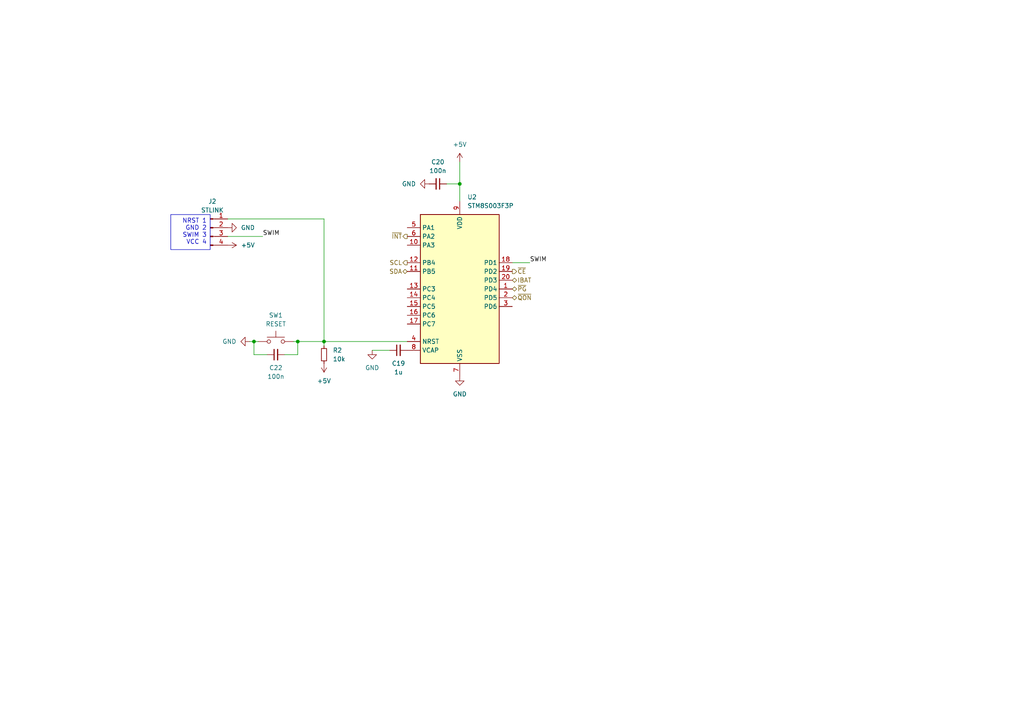
<source format=kicad_sch>
(kicad_sch (version 20230121) (generator eeschema)
  (paper "A4")
  (lib_symbols
    (symbol "Connector:Conn_01x04_Pin" (pin_names (offset 1.016) hide)
      (property "Reference" "J" (at 0 5.08 0))
      (property "Value" "Conn_01x04_Pin" (at 0 -7.62 0))
      (symbol "Conn_01x04_Pin_1_1"
        (polyline (pts (xy 1.27 -5.08) (xy 0.8636 -5.08)) (stroke (width 0.1524)))
        (polyline (pts (xy 1.27 -2.54) (xy 0.8636 -2.54)) (stroke (width 0.1524)))
        (polyline (pts (xy 1.27 0) (xy 0.8636 0)) (stroke (width 0.1524)))
        (polyline (pts (xy 1.27 2.54) (xy 0.8636 2.54)) (stroke (width 0.1524)))
        (rectangle (start 0.8636 -4.953) (end 0 -5.207) (stroke (width 0.1524)) (fill (type outline)))
        (rectangle (start 0.8636 -2.413) (end 0 -2.667) (stroke (width 0.1524)) (fill (type outline)))
        (rectangle (start 0.8636 0.127) (end 0 -0.127) (stroke (width 0.1524)) (fill (type outline)))
        (rectangle (start 0.8636 2.667) (end 0 2.413) (stroke (width 0.1524)) (fill (type outline)))
        (pin passive line (at 5.08 2.54 180) (length 3.81) (name "Pin_1") (number "1"))
        (pin passive line (at 5.08 0 180) (length 3.81) (name "Pin_2") (number "2"))
        (pin passive line (at 5.08 -2.54 180) (length 3.81) (name "Pin_3") (number "3"))
        (pin passive line (at 5.08 -5.08 180) (length 3.81) (name "Pin_4") (number "4"))
      )
    )
    (symbol "Device:C_Small" (pin_numbers hide) (pin_names (offset 0.254) hide)
      (property "Reference" "C" (at 0.254 1.778 0))
      (property "Value" "C_Small" (at 0.254 -2.032 0))
      (symbol "C_Small_0_1"
        (polyline (pts (xy -1.524 -0.508) (xy 1.524 -0.508)) (stroke (width 0.3302)))
        (polyline (pts (xy -1.524 0.508) (xy 1.524 0.508)) (stroke (width 0.3048)))
      )
      (symbol "C_Small_1_1"
        (pin passive line (at 0 2.54 270) (length 2.032) (name "~") (number "1"))
        (pin passive line (at 0 -2.54 90) (length 2.032) (name "~") (number "2"))
      )
    )
    (symbol "Device:R_Small" (pin_numbers hide) (pin_names (offset 0.254) hide)
      (property "Reference" "R" (at 0.762 0.508 0))
      (property "Value" "R_Small" (at 0.762 -1.016 0))
      (symbol "R_Small_0_1"
        (rectangle (start -0.762 1.778) (end 0.762 -1.778) (stroke (width 0.2032)))
      )
      (symbol "R_Small_1_1"
        (pin passive line (at 0 2.54 270) (length 0.762) (name "~") (number "1"))
        (pin passive line (at 0 -2.54 90) (length 0.762) (name "~") (number "2"))
      )
    )
    (symbol "MCU_ST_STM8:STM8S003F3P"
      (property "Reference" "U" (at 1.27 25.4 0))
      (property "Value" "STM8S003F3P" (at 1.27 22.86 0))
      (symbol "STM8S003F3P_0_1"
        (rectangle (start -11.43 21.59) (end 11.43 -21.59) (stroke (width 0.254)) (fill (type background)))
      )
      (symbol "STM8S003F3P_1_1"
        (pin bidirectional line (at 15.24 0 180) (length 3.81) (name "PD4") (number "1"))
        (pin bidirectional line (at -15.24 12.7 0) (length 3.81) (name "PA3") (number "10"))
        (pin bidirectional line (at -15.24 5.08 0) (length 3.81) (name "PB5") (number "11"))
        (pin bidirectional line (at -15.24 7.62 0) (length 3.81) (name "PB4") (number "12"))
        (pin bidirectional line (at -15.24 0 0) (length 3.81) (name "PC3") (number "13"))
        (pin bidirectional line (at -15.24 -2.54 0) (length 3.81) (name "PC4") (number "14"))
        (pin bidirectional line (at -15.24 -5.08 0) (length 3.81) (name "PC5") (number "15"))
        (pin bidirectional line (at -15.24 -7.62 0) (length 3.81) (name "PC6") (number "16"))
        (pin bidirectional line (at -15.24 -10.16 0) (length 3.81) (name "PC7") (number "17"))
        (pin bidirectional line (at 15.24 7.62 180) (length 3.81) (name "PD1") (number "18"))
        (pin bidirectional line (at 15.24 5.08 180) (length 3.81) (name "PD2") (number "19"))
        (pin bidirectional line (at 15.24 -2.54 180) (length 3.81) (name "PD5") (number "2"))
        (pin bidirectional line (at 15.24 2.54 180) (length 3.81) (name "PD3") (number "20"))
        (pin bidirectional line (at 15.24 -5.08 180) (length 3.81) (name "PD6") (number "3"))
        (pin input line (at -15.24 -15.24 0) (length 3.81) (name "NRST") (number "4"))
        (pin bidirectional line (at -15.24 17.78 0) (length 3.81) (name "PA1") (number "5"))
        (pin bidirectional line (at -15.24 15.24 0) (length 3.81) (name "PA2") (number "6"))
        (pin power_in line (at 0 -25.4 90) (length 3.81) (name "VSS") (number "7"))
        (pin passive line (at -15.24 -17.78 0) (length 3.81) (name "VCAP") (number "8"))
        (pin power_in line (at 0 25.4 270) (length 3.81) (name "VDD") (number "9"))
      )
    )
    (symbol "Switch:SW_Push" (pin_numbers hide) (pin_names (offset 1.016) hide)
      (property "Reference" "SW" (at 1.27 2.54 0))
      (property "Value" "SW_Push" (at 0 -1.524 0))
      (symbol "SW_Push_0_1"
        (circle (center -2.032 0) (radius 0.508))
        (polyline (pts (xy 0 1.27) (xy 0 3.048)))
        (polyline (pts (xy 2.54 1.27) (xy -2.54 1.27)))
        (circle (center 2.032 0) (radius 0.508))
        (pin passive line (at -5.08 0 0) (length 2.54) (name "1") (number "1"))
        (pin passive line (at 5.08 0 180) (length 2.54) (name "2") (number "2"))
      )
    )
    (symbol "power:+5V" (power) (pin_names (offset 0))
      (property "Value" "+5V" (at 0 3.556 0))
      (symbol "+5V_0_1"
        (polyline (pts (xy -0.762 1.27) (xy 0 2.54)))
        (polyline (pts (xy 0 0) (xy 0 2.54)))
        (polyline (pts (xy 0 2.54) (xy 0.762 1.27)))
      )
      (symbol "+5V_1_1"
        (pin power_in line (at 0 0 90) (length 0) hide (name "+5V") (number "1"))
      )
    )
    (symbol "power:GND" (power) (pin_names (offset 0))
      (property "Value" "GND" (at 0 -3.81 0))
      (symbol "GND_0_1"
        (polyline (pts (xy 0 0) (xy 0 -1.27) (xy 1.27 -1.27) (xy 0 -2.54) (xy -1.27 -1.27) (xy 0 -1.27)))
      )
      (symbol "GND_1_1"
        (pin power_in line (at 0 0 270) (length 0) hide (name "GND") (number "1"))
      )
    )
  )
  (junction (at 73.66 99.06))
  (junction (at 86.36 99.06))
  (junction (at 133.35 53.34))
  (junction (at 93.98 99.06))
  (wire (pts (xy 86.36 102.87) (xy 86.36 99.06)))
  (wire (pts (xy 133.35 46.99) (xy 133.35 53.34)))
  (wire (pts (xy 72.39 99.06) (xy 73.66 99.06)))
  (wire (pts (xy 93.98 99.06) (xy 118.11 99.06)))
  (wire (pts (xy 129.54 53.34) (xy 133.35 53.34)))
  (wire (pts (xy 93.98 100.33) (xy 93.98 99.06)))
  (wire (pts (xy 73.66 99.06) (xy 74.93 99.06)))
  (wire (pts (xy 66.04 68.58) (xy 76.2 68.58)))
  (wire (pts (xy 113.03 101.6) (xy 107.95 101.6)))
  (wire (pts (xy 66.04 63.5) (xy 93.98 63.5)))
  (wire (pts (xy 77.47 102.87) (xy 73.66 102.87)))
  (wire (pts (xy 82.55 102.87) (xy 86.36 102.87)))
  (wire (pts (xy 86.36 99.06) (xy 93.98 99.06)))
  (wire (pts (xy 85.09 99.06) (xy 86.36 99.06)))
  (wire (pts (xy 73.66 102.87) (xy 73.66 99.06)))
  (wire (pts (xy 133.35 53.34) (xy 133.35 58.42)))
  (wire (pts (xy 148.59 76.2) (xy 153.67 76.2)))
  (wire (pts (xy 93.98 63.5) (xy 93.98 99.06)))
  (text_box "NRST 1 \nGND 2 \nSWIM 3 \nVCC 4 " (at 49.53 62.23 0) (size 11.43 10.16) (effects (font (size 1.27 1.27)) (justify right top)))
  (label "SWIM" (at 76.2 68.58 0))
  (label "SWIM" (at 153.67 76.2 0))
  (hierarchical_label "SCL" (shape output) (at 118.11 76.2 180))
  (hierarchical_label "~{QON}" (shape bidirectional) (at 148.59 86.36 0))
  (hierarchical_label "~{PG}" (shape bidirectional) (at 148.59 83.82 0))
  (hierarchical_label "~{INT}" (shape output) (at 118.11 68.58 180))
  (hierarchical_label "IBAT" (shape bidirectional) (at 148.59 81.28 0))
  (hierarchical_label "SDA" (shape bidirectional) (at 118.11 78.74 180))
  (hierarchical_label "~{CE}" (shape output) (at 148.59 78.74 0))
  (symbol (lib_id "power:+5V") (at 66.04 71.12 270) (unit 1)
    (property "Reference" "#PWR031" (effects hide))
    (property "Value" "+5V" (at 69.85 71.12 90) (effects (justify left)))
  )
  (symbol (lib_id "Device:C_Small") (at 127 53.34 270) (unit 1)
    (property "Reference" "C20" (at 126.9936 46.99 90))
    (property "Value" "100n" (at 126.9936 49.53 90))
    (property "Footprint" "Capacitor_SMD:C_0402_1005Metric" (effects hide))
    (property "LCSC Part #" "C1525" (effects hide))
  )
  (symbol (lib_id "power:+5V") (at 93.98 105.41 180) (unit 1)
    (property "Reference" "#PWR08" (effects hide))
    (property "Value" "+5V" (at 93.98 110.49 0))
  )
  (symbol (lib_id "power:+5V") (at 133.35 46.99 0) (unit 1)
    (property "Reference" "#PWR017" (effects hide))
    (property "Value" "+5V" (at 133.35 41.91 0))
  )
  (symbol (lib_id "MCU_ST_STM8:STM8S003F3P") (at 133.35 83.82 0) (unit 1)
    (property "Reference" "U2" (at 135.5441 57.15 0) (effects (justify left)))
    (property "Value" "STM8S003F3P" (at 135.5441 59.69 0) (effects (justify left)))
    (property "Footprint" "Package_SO:TSSOP-20_4.4x6.5mm_P0.65mm" (effects hide))
    (property "Datasheet" "http://www.st.com/st-web-ui/static/active/en/resource/technical/document/datasheet/DM00024550.pdf" (effects hide))
  )
  (symbol (lib_id "power:GND") (at 107.95 101.6 0) (unit 1)
    (property "Reference" "#PWR016" (effects hide))
    (property "Value" "GND" (at 107.95 106.68 0))
  )
  (symbol (lib_id "power:GND") (at 72.39 99.06 270) (unit 1)
    (property "Reference" "#PWR029" (effects hide))
    (property "Value" "GND" (at 68.58 99.06 90) (effects (justify right)))
  )
  (symbol (lib_id "Device:C_Small") (at 80.01 102.87 90) (unit 1)
    (property "Reference" "C22" (at 80.0163 106.68 90))
    (property "Value" "100n" (at 80.0163 109.22 90))
    (property "Footprint" "Capacitor_SMD:C_0402_1005Metric" (effects hide))
    (property "LCSC Part #" "C1525" (effects hide))
  )
  (symbol (lib_id "power:GND") (at 124.46 53.34 270) (unit 1)
    (property "Reference" "#PWR018" (effects hide))
    (property "Value" "GND" (at 120.65 53.34 90) (effects (justify right)))
  )
  (symbol (lib_id "Device:R_Small") (at 93.98 102.87 0) (unit 1)
    (property "Reference" "R2" (at 96.52 101.6 0) (effects (justify left)))
    (property "Value" "10k" (at 96.52 104.14 0) (effects (justify left)))
    (property "Footprint" "Resistor_SMD:R_0402_1005Metric" (effects hide))
    (property "LCSC Part #" "C25744" (effects hide))
  )
  (symbol (lib_id "Connector:Conn_01x04_Pin") (at 60.96 66.04 0) (unit 1)
    (property "Reference" "J2" (at 61.595 58.42 0))
    (property "Value" "STLINK" (at 61.595 60.96 0))
    (property "Footprint" "Connector_PinHeader_2.54mm:PinHeader_1x04_P2.54mm_Vertical" (effects hide))
    (property "LCSC Part #" "C2691448" (effects hide))
  )
  (symbol (lib_id "power:GND") (at 66.04 66.04 90) (unit 1)
    (property "Reference" "#PWR030" (effects hide))
    (property "Value" "GND" (at 69.85 66.04 90) (effects (justify right)))
  )
  (symbol (lib_id "Device:C_Small") (at 115.57 101.6 90) (unit 1)
    (property "Reference" "C19" (at 115.5763 105.41 90))
    (property "Value" "1u" (at 115.5763 107.95 90))
    (property "Footprint" "Capacitor_SMD:C_0402_1005Metric" (effects hide))
    (property "LCSC Part #" "C52923" (effects hide))
  )
  (symbol (lib_id "power:GND") (at 133.35 109.22 0) (unit 1)
    (property "Reference" "#PWR019" (effects hide))
    (property "Value" "GND" (at 133.35 114.3 0))
  )
  (symbol (lib_id "Switch:SW_Push") (at 80.01 99.06 0) (unit 1)
    (property "Reference" "SW1" (at 80.01 91.44 0))
    (property "Value" "RESET" (at 80.01 93.98 0))
    (property "Footprint" "Button_Switch_SMD:SW_Push_1P1T_XKB_TS-1187A" (effects hide))
    (property "LCSC Part #" "C318884" (effects hide))
  )
)
</source>
